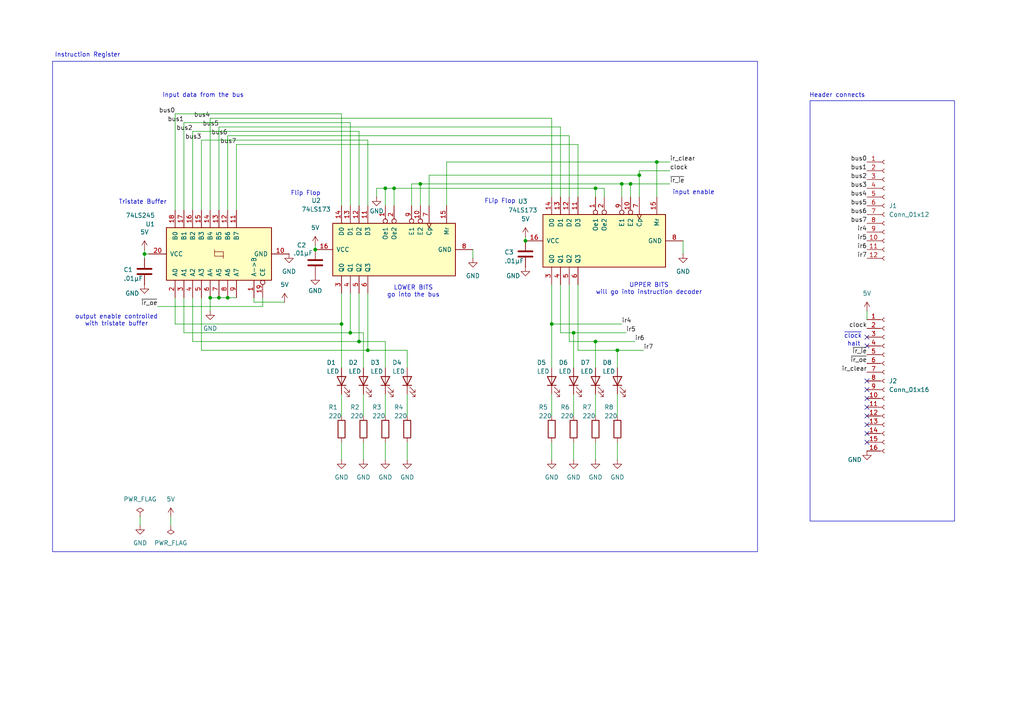
<source format=kicad_sch>
(kicad_sch (version 20231120) (generator "eeschema") (generator_version "8.0")
  (paper "A4")
  (title_block (title "Instruction Register") (date "2024-12-29") (rev "1.0") (company "Arsenal Gear"))
  (lib_symbols
    (symbol "74xx:74LS173" (pin_names (offset 1.016))
      (property "Reference" "U" (at -7.62 19.05 0))
      (property "Value" "74LS173" (at -7.62 -19.05 0))
      (symbol "74LS173_1_0"
        (pin input inverted (at -12.7 2.54 0) (length 5.08) (name "Oe1") (number "1"))
        (pin input inverted (at -12.7 -7.62 0) (length 5.08) (name "E2") (number "10"))
        (pin input line (at -12.7 7.62 0) (length 5.08) (name "D3") (number "11"))
        (pin input line (at -12.7 10.16 0) (length 5.08) (name "D2") (number "12"))
        (pin input line (at -12.7 12.7 0) (length 5.08) (name "D1") (number "13"))
        (pin input line (at -12.7 15.24 0) (length 5.08) (name "D0") (number "14"))
        (pin input line (at -12.7 -15.24 0) (length 5.08) (name "Mr") (number "15"))
        (pin power_in line (at 0 22.86 270) (length 5.08) (name "VCC") (number "16"))
        (pin input inverted (at -12.7 0 0) (length 5.08) (name "Oe2") (number "2"))
        (pin tri_state line (at 12.7 15.24 180) (length 5.08) (name "Q0") (number "3"))
        (pin tri_state line (at 12.7 12.7 180) (length 5.08) (name "Q1") (number "4"))
        (pin tri_state line (at 12.7 10.16 180) (length 5.08) (name "Q2") (number "5"))
        (pin tri_state line (at 12.7 7.62 180) (length 5.08) (name "Q3") (number "6"))
        (pin input clock (at -12.7 -10.16 0) (length 5.08) (name "Cp") (number "7"))
        (pin power_in line (at 0 -22.86 90) (length 5.08) (name "GND") (number "8"))
        (pin input inverted (at -12.7 -5.08 0) (length 5.08) (name "E1") (number "9"))
      )
      (symbol "74LS173_1_1"
        (rectangle (start -7.62 17.78) (end 7.62 -17.78) (stroke (width 0.254)) (fill (type background)))
      )
    )
    (symbol "74xx:74LS245" (pin_names (offset 1.016))
      (property "Reference" "U" (at -7.62 16.51 0))
      (property "Value" "74LS245" (at -7.62 -16.51 0))
      (symbol "74LS245_1_0"
        (polyline (pts (xy -0.635 -1.27) (xy -0.635 1.27) (xy 0.635 1.27)))
        (polyline (pts (xy -1.27 -1.27) (xy 0.635 -1.27) (xy 0.635 1.27) (xy 1.27 1.27)))
        (pin input line (at -12.7 -10.16 0) (length 5.08) (name "A->B") (number "1"))
        (pin power_in line (at 0 -20.32 90) (length 5.08) (name "GND") (number "10"))
        (pin tri_state line (at 12.7 -5.08 180) (length 5.08) (name "B7") (number "11"))
        (pin tri_state line (at 12.7 -2.54 180) (length 5.08) (name "B6") (number "12"))
        (pin tri_state line (at 12.7 0 180) (length 5.08) (name "B5") (number "13"))
        (pin tri_state line (at 12.7 2.54 180) (length 5.08) (name "B4") (number "14"))
        (pin tri_state line (at 12.7 5.08 180) (length 5.08) (name "B3") (number "15"))
        (pin tri_state line (at 12.7 7.62 180) (length 5.08) (name "B2") (number "16"))
        (pin tri_state line (at 12.7 10.16 180) (length 5.08) (name "B1") (number "17"))
        (pin tri_state line (at 12.7 12.7 180) (length 5.08) (name "B0") (number "18"))
        (pin input inverted (at -12.7 -12.7 0) (length 5.08) (name "CE") (number "19"))
        (pin tri_state line (at -12.7 12.7 0) (length 5.08) (name "A0") (number "2"))
        (pin power_in line (at 0 20.32 270) (length 5.08) (name "VCC") (number "20"))
        (pin tri_state line (at -12.7 10.16 0) (length 5.08) (name "A1") (number "3"))
        (pin tri_state line (at -12.7 7.62 0) (length 5.08) (name "A2") (number "4"))
        (pin tri_state line (at -12.7 5.08 0) (length 5.08) (name "A3") (number "5"))
        (pin tri_state line (at -12.7 2.54 0) (length 5.08) (name "A4") (number "6"))
        (pin tri_state line (at -12.7 0 0) (length 5.08) (name "A5") (number "7"))
        (pin tri_state line (at -12.7 -2.54 0) (length 5.08) (name "A6") (number "8"))
        (pin tri_state line (at -12.7 -5.08 0) (length 5.08) (name "A7") (number "9"))
      )
      (symbol "74LS245_1_1"
        (rectangle (start -7.62 15.24) (end 7.62 -15.24) (stroke (width 0.254)) (fill (type background)))
      )
    )
    (symbol "Connector:Conn_01x12_Socket" (pin_names (offset 1.016) hide)
      (property "Reference" "J" (at 0 15.24 0))
      (property "Value" "Conn_01x12_Socket" (at 0 -17.78 0))
      (symbol "Conn_01x12_Socket_1_1"
        (arc (start 0 -14.732) (mid -0.5058 -15.24) (end 0 -15.748) (stroke (width 0.1524)))
        (arc (start 0 -12.192) (mid -0.5058 -12.7) (end 0 -13.208) (stroke (width 0.1524)))
        (arc (start 0 -9.652) (mid -0.5058 -10.16) (end 0 -10.668) (stroke (width 0.1524)))
        (arc (start 0 -7.112) (mid -0.5058 -7.62) (end 0 -8.128) (stroke (width 0.1524)))
        (arc (start 0 -4.572) (mid -0.5058 -5.08) (end 0 -5.588) (stroke (width 0.1524)))
        (arc (start 0 -2.032) (mid -0.5058 -2.54) (end 0 -3.048) (stroke (width 0.1524)))
        (polyline (pts (xy -1.27 -15.24) (xy -0.508 -15.24)) (stroke (width 0.1524)))
        (polyline (pts (xy -1.27 -12.7) (xy -0.508 -12.7)) (stroke (width 0.1524)))
        (polyline (pts (xy -1.27 -10.16) (xy -0.508 -10.16)) (stroke (width 0.1524)))
        (polyline (pts (xy -1.27 -7.62) (xy -0.508 -7.62)) (stroke (width 0.1524)))
        (polyline (pts (xy -1.27 -5.08) (xy -0.508 -5.08)) (stroke (width 0.1524)))
        (polyline (pts (xy -1.27 -2.54) (xy -0.508 -2.54)) (stroke (width 0.1524)))
        (polyline (pts (xy -1.27 0) (xy -0.508 0)) (stroke (width 0.1524)))
        (polyline (pts (xy -1.27 2.54) (xy -0.508 2.54)) (stroke (width 0.1524)))
        (polyline (pts (xy -1.27 5.08) (xy -0.508 5.08)) (stroke (width 0.1524)))
        (polyline (pts (xy -1.27 7.62) (xy -0.508 7.62)) (stroke (width 0.1524)))
        (polyline (pts (xy -1.27 10.16) (xy -0.508 10.16)) (stroke (width 0.1524)))
        (polyline (pts (xy -1.27 12.7) (xy -0.508 12.7)) (stroke (width 0.1524)))
        (arc (start 0 0.508) (mid -0.5058 0) (end 0 -0.508) (stroke (width 0.1524)))
        (arc (start 0 3.048) (mid -0.5058 2.54) (end 0 2.032) (stroke (width 0.1524)))
        (arc (start 0 5.588) (mid -0.5058 5.08) (end 0 4.572) (stroke (width 0.1524)))
        (arc (start 0 8.128) (mid -0.5058 7.62) (end 0 7.112) (stroke (width 0.1524)))
        (arc (start 0 10.668) (mid -0.5058 10.16) (end 0 9.652) (stroke (width 0.1524)))
        (arc (start 0 13.208) (mid -0.5058 12.7) (end 0 12.192) (stroke (width 0.1524)))
        (pin passive line (at -5.08 12.7 0) (length 3.81) (name "Pin_1") (number "1"))
        (pin passive line (at -5.08 -10.16 0) (length 3.81) (name "Pin_10") (number "10"))
        (pin passive line (at -5.08 -12.7 0) (length 3.81) (name "Pin_11") (number "11"))
        (pin passive line (at -5.08 -15.24 0) (length 3.81) (name "Pin_12") (number "12"))
        (pin passive line (at -5.08 10.16 0) (length 3.81) (name "Pin_2") (number "2"))
        (pin passive line (at -5.08 7.62 0) (length 3.81) (name "Pin_3") (number "3"))
        (pin passive line (at -5.08 5.08 0) (length 3.81) (name "Pin_4") (number "4"))
        (pin passive line (at -5.08 2.54 0) (length 3.81) (name "Pin_5") (number "5"))
        (pin passive line (at -5.08 0 0) (length 3.81) (name "Pin_6") (number "6"))
        (pin passive line (at -5.08 -2.54 0) (length 3.81) (name "Pin_7") (number "7"))
        (pin passive line (at -5.08 -5.08 0) (length 3.81) (name "Pin_8") (number "8"))
        (pin passive line (at -5.08 -7.62 0) (length 3.81) (name "Pin_9") (number "9"))
      )
    )
    (symbol "Connector:Conn_01x16_Socket" (pin_names (offset 1.016) hide)
      (property "Reference" "J" (at 0 20.32 0))
      (property "Value" "Conn_01x16_Socket" (at 0 -22.86 0))
      (symbol "Conn_01x16_Socket_1_1"
        (arc (start 0 -19.812) (mid -0.5058 -20.32) (end 0 -20.828) (stroke (width 0.1524)))
        (arc (start 0 -17.272) (mid -0.5058 -17.78) (end 0 -18.288) (stroke (width 0.1524)))
        (arc (start 0 -14.732) (mid -0.5058 -15.24) (end 0 -15.748) (stroke (width 0.1524)))
        (arc (start 0 -12.192) (mid -0.5058 -12.7) (end 0 -13.208) (stroke (width 0.1524)))
        (arc (start 0 -9.652) (mid -0.5058 -10.16) (end 0 -10.668) (stroke (width 0.1524)))
        (arc (start 0 -7.112) (mid -0.5058 -7.62) (end 0 -8.128) (stroke (width 0.1524)))
        (arc (start 0 -4.572) (mid -0.5058 -5.08) (end 0 -5.588) (stroke (width 0.1524)))
        (arc (start 0 -2.032) (mid -0.5058 -2.54) (end 0 -3.048) (stroke (width 0.1524)))
        (polyline (pts (xy -1.27 -20.32) (xy -0.508 -20.32)) (stroke (width 0.1524)))
        (polyline (pts (xy -1.27 -17.78) (xy -0.508 -17.78)) (stroke (width 0.1524)))
        (polyline (pts (xy -1.27 -15.24) (xy -0.508 -15.24)) (stroke (width 0.1524)))
        (polyline (pts (xy -1.27 -12.7) (xy -0.508 -12.7)) (stroke (width 0.1524)))
        (polyline (pts (xy -1.27 -10.16) (xy -0.508 -10.16)) (stroke (width 0.1524)))
        (polyline (pts (xy -1.27 -7.62) (xy -0.508 -7.62)) (stroke (width 0.1524)))
        (polyline (pts (xy -1.27 -5.08) (xy -0.508 -5.08)) (stroke (width 0.1524)))
        (polyline (pts (xy -1.27 -2.54) (xy -0.508 -2.54)) (stroke (width 0.1524)))
        (polyline (pts (xy -1.27 0) (xy -0.508 0)) (stroke (width 0.1524)))
        (polyline (pts (xy -1.27 2.54) (xy -0.508 2.54)) (stroke (width 0.1524)))
        (polyline (pts (xy -1.27 5.08) (xy -0.508 5.08)) (stroke (width 0.1524)))
        (polyline (pts (xy -1.27 7.62) (xy -0.508 7.62)) (stroke (width 0.1524)))
        (polyline (pts (xy -1.27 10.16) (xy -0.508 10.16)) (stroke (width 0.1524)))
        (polyline (pts (xy -1.27 12.7) (xy -0.508 12.7)) (stroke (width 0.1524)))
        (polyline (pts (xy -1.27 15.24) (xy -0.508 15.24)) (stroke (width 0.1524)))
        (polyline (pts (xy -1.27 17.78) (xy -0.508 17.78)) (stroke (width 0.1524)))
        (arc (start 0 0.508) (mid -0.5058 0) (end 0 -0.508) (stroke (width 0.1524)))
        (arc (start 0 3.048) (mid -0.5058 2.54) (end 0 2.032) (stroke (width 0.1524)))
        (arc (start 0 5.588) (mid -0.5058 5.08) (end 0 4.572) (stroke (width 0.1524)))
        (arc (start 0 8.128) (mid -0.5058 7.62) (end 0 7.112) (stroke (width 0.1524)))
        (arc (start 0 10.668) (mid -0.5058 10.16) (end 0 9.652) (stroke (width 0.1524)))
        (arc (start 0 13.208) (mid -0.5058 12.7) (end 0 12.192) (stroke (width 0.1524)))
        (arc (start 0 15.748) (mid -0.5058 15.24) (end 0 14.732) (stroke (width 0.1524)))
        (arc (start 0 18.288) (mid -0.5058 17.78) (end 0 17.272) (stroke (width 0.1524)))
        (pin passive line (at -5.08 17.78 0) (length 3.81) (name "Pin_1") (number "1"))
        (pin passive line (at -5.08 -5.08 0) (length 3.81) (name "Pin_10") (number "10"))
        (pin passive line (at -5.08 -7.62 0) (length 3.81) (name "Pin_11") (number "11"))
        (pin passive line (at -5.08 -10.16 0) (length 3.81) (name "Pin_12") (number "12"))
        (pin passive line (at -5.08 -12.7 0) (length 3.81) (name "Pin_13") (number "13"))
        (pin passive line (at -5.08 -15.24 0) (length 3.81) (name "Pin_14") (number "14"))
        (pin passive line (at -5.08 -17.78 0) (length 3.81) (name "Pin_15") (number "15"))
        (pin passive line (at -5.08 -20.32 0) (length 3.81) (name "Pin_16") (number "16"))
        (pin passive line (at -5.08 15.24 0) (length 3.81) (name "Pin_2") (number "2"))
        (pin passive line (at -5.08 12.7 0) (length 3.81) (name "Pin_3") (number "3"))
        (pin passive line (at -5.08 10.16 0) (length 3.81) (name "Pin_4") (number "4"))
        (pin passive line (at -5.08 7.62 0) (length 3.81) (name "Pin_5") (number "5"))
        (pin passive line (at -5.08 5.08 0) (length 3.81) (name "Pin_6") (number "6"))
        (pin passive line (at -5.08 2.54 0) (length 3.81) (name "Pin_7") (number "7"))
        (pin passive line (at -5.08 0 0) (length 3.81) (name "Pin_8") (number "8"))
        (pin passive line (at -5.08 -2.54 0) (length 3.81) (name "Pin_9") (number "9"))
      )
    )
    (symbol "Device:C" (pin_numbers hide) (pin_names (offset 0.254))
      (property "Reference" "C" (at 0.635 2.54 0))
      (property "Value" "C" (at 0.635 -2.54 0))
      (symbol "C_0_1"
        (polyline (pts (xy -2.032 -0.762) (xy 2.032 -0.762)) (stroke (width 0.508)))
        (polyline (pts (xy -2.032 0.762) (xy 2.032 0.762)) (stroke (width 0.508)))
      )
      (symbol "C_1_1"
        (pin passive line (at 0 3.81 270) (length 2.794) (name "~") (number "1"))
        (pin passive line (at 0 -3.81 90) (length 2.794) (name "~") (number "2"))
      )
    )
    (symbol "Device:LED" (pin_numbers hide) (pin_names (offset 1.016) hide)
      (property "Reference" "D" (at 0 2.54 0))
      (property "Value" "LED" (at 0 -2.54 0))
      (symbol "LED_0_1"
        (polyline (pts (xy -1.27 -1.27) (xy -1.27 1.27)) (stroke (width 0.254)))
        (polyline (pts (xy -1.27 0) (xy 1.27 0)))
        (polyline (pts (xy 1.27 -1.27) (xy 1.27 1.27) (xy -1.27 0) (xy 1.27 -1.27)) (stroke (width 0.254)))
        (polyline (pts (xy -3.048 -0.762) (xy -4.572 -2.286) (xy -3.81 -2.286) (xy -4.572 -2.286) (xy -4.572 -1.524)))
        (polyline (pts (xy -1.778 -0.762) (xy -3.302 -2.286) (xy -2.54 -2.286) (xy -3.302 -2.286) (xy -3.302 -1.524)))
      )
      (symbol "LED_1_1"
        (pin passive line (at -3.81 0 0) (length 2.54) (name "K") (number "1"))
        (pin passive line (at 3.81 0 180) (length 2.54) (name "A") (number "2"))
      )
    )
    (symbol "Device:R" (pin_numbers hide) (pin_names (offset 0))
      (property "Reference" "R" (at 2.032 0 90))
      (property "Value" "R" (at 0 0 90))
      (symbol "R_0_1"
        (rectangle (start -1.016 -2.54) (end 1.016 2.54) (stroke (width 0.254)))
      )
      (symbol "R_1_1"
        (pin passive line (at 0 3.81 270) (length 1.27) (name "~") (number "1"))
        (pin passive line (at 0 -3.81 90) (length 1.27) (name "~") (number "2"))
      )
    )
    (symbol "power:GND" (power) (pin_numbers hide) (pin_names (offset 0) hide)
      (property "Value" "GND" (at 0 -3.81 0))
      (symbol "GND_0_1"
        (polyline (pts (xy 0 0) (xy 0 -1.27) (xy 1.27 -1.27) (xy 0 -2.54) (xy -1.27 -1.27) (xy 0 -1.27)))
      )
      (symbol "GND_1_1"
        (pin power_in line (at 0 0 270) (length 0) (name "~") (number "1"))
      )
    )
    (symbol "power:PWR_FLAG" (power) (pin_numbers hide) (pin_names (offset 0) hide)
      (property "Value" "PWR_FLAG" (at 0 3.81 0))
      (symbol "PWR_FLAG_0_0"
        (pin power_out line (at 0 0 90) (length 0) (name "~") (number "1"))
      )
      (symbol "PWR_FLAG_0_1"
        (polyline (pts (xy 0 0) (xy 0 1.27) (xy -1.016 1.905) (xy 0 2.54) (xy 1.016 1.905) (xy 0 1.27)))
      )
    )
    (symbol "power:VCC" (power) (pin_numbers hide) (pin_names (offset 0) hide)
      (property "Value" "VCC" (at 0 3.556 0))
      (symbol "VCC_0_1"
        (polyline (pts (xy -0.762 1.27) (xy 0 2.54)))
        (polyline (pts (xy 0 0) (xy 0 2.54)))
        (polyline (pts (xy 0 2.54) (xy 0.762 1.27)))
      )
      (symbol "VCC_1_1"
        (pin power_in line (at 0 0 90) (length 0) (name "~") (number "1"))
      )
    )
  )
  (junction (at 172.72 54.61))
  (junction (at 106.68 101.6))
  (junction (at 179.07 101.6))
  (junction (at 111.76 54.61))
  (junction (at 190.5 46.99))
  (junction (at 172.72 99.06))
  (junction (at 166.37 96.52))
  (junction (at 121.92 53.34))
  (junction (at 185.42 50.8))
  (junction (at 101.6 96.52))
  (junction (at 60.96 86.36))
  (junction (at 114.3 54.61))
  (junction (at 104.14 99.06))
  (junction (at 99.06 93.98))
  (junction (at 152.4 69.85))
  (junction (at 182.88 53.34))
  (junction (at 91.44 72.39))
  (junction (at 63.5 86.36))
  (junction (at 66.04 86.36))
  (junction (at 41.91 73.66))
  (junction (at 180.34 53.34))
  (junction (at 160.02 93.98))
  (no_connect (at 251.46 123.19))
  (no_connect (at 251.46 97.79))
  (no_connect (at 251.46 113.03))
  (no_connect (at 251.46 110.49))
  (no_connect (at 251.46 128.27))
  (no_connect (at 251.46 120.65))
  (no_connect (at 251.46 115.57))
  (no_connect (at 251.46 100.33))
  (no_connect (at 251.46 125.73))
  (no_connect (at 251.46 118.11))
  (wire (pts (xy 129.54 46.99) (xy 190.5 46.99)))
  (wire (pts (xy 118.11 128.27) (xy 118.11 133.35)))
  (wire (pts (xy 60.96 34.29) (xy 60.96 60.96)))
  (wire (pts (xy 55.88 38.1) (xy 55.88 60.96)))
  (wire (pts (xy 166.37 96.52) (xy 181.61 96.52)))
  (wire (pts (xy 160.02 93.98) (xy 180.34 93.98)))
  (wire (pts (xy 99.06 93.98) (xy 99.06 106.68)))
  (wire (pts (xy 106.68 40.64) (xy 106.68 59.69)))
  (wire (pts (xy 45.72 88.9) (xy 76.2 88.9)))
  (wire (pts (xy 119.38 59.69) (xy 119.38 53.34)))
  (wire (pts (xy 162.56 82.55) (xy 162.56 96.52)))
  (wire (pts (xy 101.6 85.09) (xy 101.6 96.52)))
  (wire (pts (xy 165.1 39.37) (xy 165.1 57.15)))
  (wire (pts (xy 50.8 33.02) (xy 50.8 60.96)))
  (wire (pts (xy 53.34 96.52) (xy 101.6 96.52)))
  (wire (pts (xy 180.34 53.34) (xy 182.88 53.34)))
  (wire (pts (xy 251.46 90.17) (xy 251.46 92.71)))
  (wire (pts (xy 104.14 38.1) (xy 104.14 59.69)))
  (wire (pts (xy 109.22 54.61) (xy 109.22 57.15)))
  (wire (pts (xy 58.42 40.64) (xy 58.42 60.96)))
  (wire (pts (xy 73.66 87.63) (xy 73.66 86.36)))
  (wire (pts (xy 179.07 114.3) (xy 179.07 120.65)))
  (wire (pts (xy 101.6 35.56) (xy 101.6 59.69)))
  (wire (pts (xy 41.91 74.93) (xy 41.91 73.66)))
  (wire (pts (xy 99.06 33.02) (xy 99.06 59.69)))
  (wire (pts (xy 190.5 46.99) (xy 190.5 57.15)))
  (wire (pts (xy 167.64 41.91) (xy 167.64 57.15)))
  (wire (pts (xy 172.72 99.06) (xy 165.1 99.06)))
  (wire (pts (xy 111.76 99.06) (xy 111.76 106.68)))
  (wire (pts (xy 55.88 38.1) (xy 104.14 38.1)))
  (wire (pts (xy 66.04 86.36) (xy 68.58 86.36)))
  (wire (pts (xy 106.68 101.6) (xy 118.11 101.6)))
  (wire (pts (xy 105.41 128.27) (xy 105.41 133.35)))
  (wire (pts (xy 91.44 71.12) (xy 91.44 72.39)))
  (wire (pts (xy 99.06 85.09) (xy 99.06 93.98)))
  (wire (pts (xy 58.42 101.6) (xy 106.68 101.6)))
  (wire (pts (xy 190.5 46.99) (xy 194.31 46.99)))
  (wire (pts (xy 172.72 99.06) (xy 172.72 106.68)))
  (wire (pts (xy 104.14 99.06) (xy 111.76 99.06)))
  (wire (pts (xy 55.88 86.36) (xy 55.88 99.06)))
  (wire (pts (xy 166.37 114.3) (xy 166.37 120.65)))
  (wire (pts (xy 166.37 128.27) (xy 166.37 133.35)))
  (wire (pts (xy 111.76 54.61) (xy 114.3 54.61)))
  (wire (pts (xy 162.56 36.83) (xy 162.56 57.15)))
  (wire (pts (xy 114.3 54.61) (xy 114.3 59.69)))
  (wire (pts (xy 53.34 35.56) (xy 53.34 60.96)))
  (wire (pts (xy 165.1 82.55) (xy 165.1 99.06)))
  (wire (pts (xy 63.5 36.83) (xy 162.56 36.83)))
  (wire (pts (xy 55.88 99.06) (xy 104.14 99.06)))
  (wire (pts (xy 186.69 101.6) (xy 179.07 101.6)))
  (wire (pts (xy 114.3 54.61) (xy 172.72 54.61)))
  (wire (pts (xy 76.2 86.36) (xy 76.2 88.9)))
  (wire (pts (xy 99.06 114.3) (xy 99.06 120.65)))
  (wire (pts (xy 50.8 93.98) (xy 99.06 93.98)))
  (wire (pts (xy 129.54 59.69) (xy 129.54 46.99)))
  (wire (pts (xy 58.42 40.64) (xy 106.68 40.64)))
  (wire (pts (xy 185.42 49.53) (xy 185.42 50.8)))
  (wire (pts (xy 185.42 50.8) (xy 185.42 57.15)))
  (wire (pts (xy 63.5 86.36) (xy 66.04 86.36)))
  (wire (pts (xy 167.64 82.55) (xy 167.64 101.6)))
  (wire (pts (xy 121.92 59.69) (xy 121.92 53.34)))
  (wire (pts (xy 41.91 73.66) (xy 43.18 73.66)))
  (wire (pts (xy 160.02 128.27) (xy 160.02 133.35)))
  (wire (pts (xy 160.02 82.55) (xy 160.02 93.98)))
  (wire (pts (xy 166.37 96.52) (xy 162.56 96.52)))
  (wire (pts (xy 166.37 96.52) (xy 166.37 106.68)))
  (wire (pts (xy 124.46 50.8) (xy 185.42 50.8)))
  (wire (pts (xy 53.34 86.36) (xy 53.34 96.52)))
  (wire (pts (xy 53.34 35.56) (xy 101.6 35.56)))
  (wire (pts (xy 118.11 101.6) (xy 118.11 106.68)))
  (wire (pts (xy 60.96 86.36) (xy 63.5 86.36)))
  (wire (pts (xy 105.41 96.52) (xy 105.41 106.68)))
  (wire (pts (xy 172.72 99.06) (xy 184.15 99.06)))
  (wire (pts (xy 179.07 101.6) (xy 179.07 106.68)))
  (wire (pts (xy 185.42 49.53) (xy 194.31 49.53)))
  (wire (pts (xy 179.07 128.27) (xy 179.07 133.35)))
  (wire (pts (xy 121.92 53.34) (xy 180.34 53.34)))
  (wire (pts (xy 124.46 59.69) (xy 124.46 50.8)))
  (wire (pts (xy 66.04 39.37) (xy 66.04 60.96)))
  (wire (pts (xy 175.26 54.61) (xy 175.26 57.15)))
  (wire (pts (xy 160.02 93.98) (xy 160.02 106.68)))
  (wire (pts (xy 111.76 54.61) (xy 111.76 59.69)))
  (wire (pts (xy 160.02 114.3) (xy 160.02 120.65)))
  (wire (pts (xy 111.76 128.27) (xy 111.76 133.35)))
  (wire (pts (xy 105.41 114.3) (xy 105.41 120.65)))
  (wire (pts (xy 82.55 87.63) (xy 73.66 87.63)))
  (wire (pts (xy 118.11 114.3) (xy 118.11 120.65)))
  (wire (pts (xy 60.96 34.29) (xy 160.02 34.29)))
  (wire (pts (xy 172.72 54.61) (xy 175.26 54.61)))
  (wire (pts (xy 172.72 128.27) (xy 172.72 133.35)))
  (wire (pts (xy 172.72 54.61) (xy 172.72 57.15)))
  (wire (pts (xy 109.22 54.61) (xy 111.76 54.61)))
  (wire (pts (xy 106.68 85.09) (xy 106.68 101.6)))
  (wire (pts (xy 60.96 86.36) (xy 60.96 90.17)))
  (wire (pts (xy 50.8 33.02) (xy 99.06 33.02)))
  (wire (pts (xy 68.58 41.91) (xy 68.58 60.96)))
  (wire (pts (xy 68.58 41.91) (xy 167.64 41.91)))
  (wire (pts (xy 58.42 86.36) (xy 58.42 101.6)))
  (wire (pts (xy 180.34 53.34) (xy 180.34 57.15)))
  (wire (pts (xy 99.06 128.27) (xy 99.06 133.35)))
  (wire (pts (xy 182.88 53.34) (xy 182.88 57.15)))
  (wire (pts (xy 49.53 149.86) (xy 49.53 152.4)))
  (wire (pts (xy 119.38 53.34) (xy 121.92 53.34)))
  (wire (pts (xy 40.64 152.4) (xy 40.64 149.86)))
  (wire (pts (xy 160.02 34.29) (xy 160.02 57.15)))
  (wire (pts (xy 198.12 73.66) (xy 198.12 69.85)))
  (wire (pts (xy 66.04 39.37) (xy 165.1 39.37)))
  (wire (pts (xy 111.76 114.3) (xy 111.76 120.65)))
  (wire (pts (xy 63.5 36.83) (xy 63.5 60.96)))
  (wire (pts (xy 104.14 85.09) (xy 104.14 99.06)))
  (wire (pts (xy 50.8 86.36) (xy 50.8 93.98)))
  (wire (pts (xy 137.16 72.39) (xy 137.16 74.93)))
  (wire (pts (xy 152.4 68.58) (xy 152.4 69.85)))
  (wire (pts (xy 179.07 101.6) (xy 167.64 101.6)))
  (wire (pts (xy 182.88 53.34) (xy 194.31 53.34)))
  (wire (pts (xy 41.91 72.39) (xy 41.91 73.66)))
  (wire (pts (xy 105.41 96.52) (xy 101.6 96.52)))
  (wire (pts (xy 172.72 114.3) (xy 172.72 120.65)))
  (rectangle (start 234.95 29.21) (end 276.86 151.13))
  (rectangle (start 15.24 17.78) (end 219.71 160.02))
  (text "UPPER BITS\nwill go into instruction decoder" (at 188.214 83.82 0) (effects (font (size 1.27 1.27))))
  (text "input enable" (at 201.168 55.88 0) (effects (font (size 1.27 1.27))))
  (text "halt" (at 247.65 99.822 0) (effects (font (size 1.27 1.27))))
  (text "Flip Flop" (at 88.646 56.134 0) (effects (font (size 1.27 1.27))))
  (text "FLip Flop" (at 145.034 58.42 0) (effects (font (size 1.27 1.27))))
  (text "Instruction Register" (at 25.4 16.002 0) (effects (font (size 1.27 1.27))))
  (text "~{clock}" (at 247.396 97.536 0) (effects (font (size 1.27 1.27))))
  (text "Header connects" (at 242.824 27.686 0) (effects (font (size 1.27 1.27))))
  (text "output enable controlled\nwith tristate buffer" (at 33.782 92.964 0) (effects (font (size 1.27 1.27))))
  (text "LOWER BITS\ngo into the bus" (at 119.888 84.582 0) (effects (font (size 1.27 1.27))))
  (text "Input data from the bus" (at 58.928 27.686 0) (effects (font (size 1.27 1.27))))
  (text "Tristate Buffer" (at 41.402 58.674 0) (effects (font (size 1.27 1.27))))
  (label "bus0" (at 251.46 46.99 180))
  (label "~{ir_ie}" (at 194.31 53.34 0))
  (label "bus7" (at 251.46 64.77 180))
  (label "bus4" (at 251.46 57.15 180))
  (label "ir_clear" (at 251.46 107.95 180))
  (label "ir7" (at 251.46 74.93 180))
  (label "ir5" (at 251.46 69.85 180))
  (label "bus1" (at 251.46 49.53 180))
  (label "ir4" (at 180.34 93.98 0))
  (label "bus5" (at 251.46 59.69 180))
  (label "clock" (at 194.31 49.53 0))
  (label "ir4" (at 251.46 67.31 180))
  (label "~{ir_oe}" (at 251.46 105.41 180))
  (label "bus0" (at 50.8 33.02 180))
  (label "~{ir_ie}" (at 251.46 102.87 180))
  (label "~{ir_oe}" (at 45.72 88.9 180))
  (label "clock" (at 251.46 95.25 180))
  (label "ir6" (at 184.15 99.06 0))
  (label "bus3" (at 58.42 40.64 180))
  (label "bus6" (at 251.46 62.23 180))
  (label "bus1" (at 53.34 35.56 180))
  (label "bus2" (at 251.46 52.07 180))
  (label "ir5" (at 181.61 96.52 0))
  (label "bus2" (at 55.88 38.1 180))
  (label "bus5" (at 63.5 36.83 180))
  (label "bus6" (at 66.04 39.37 180))
  (label "ir7" (at 186.69 101.6 0))
  (label "ir6" (at 251.46 72.39 180))
  (label "bus7" (at 68.58 41.91 180))
  (label "bus3" (at 251.46 54.61 180))
  (label "bus4" (at 60.96 34.29 180))
  (label "ir_clear" (at 194.31 46.99 0))
  (symbol (lib_id "power:GND") (at 111.76 133.35 0) (unit 1) (exclude_from_sim yes)
    (property "Reference" "#PWR0118" (effects (hide yes)))
    (property "Value" "GND" (at 111.76 138.43 0))
    (property "Description" "Power symbol creates a global label with name \"GND\" , ground" (effects (hide yes)))
  )
  (symbol (lib_id "74xx:74LS245") (at 63.5 73.66 90) (unit 1)
    (property "Reference" "U1" (at 44.958 65.024 90) (effects (justify left)))
    (property "Value" "74LS245" (at 44.958 62.484 90) (effects (justify left)))
    (property "Footprint" "Package_DIP:DIP-20_W7.62mm" (effects (hide yes)))
    (property "Datasheet" "http://www.ti.com/lit/gpn/sn74LS245" (effects (hide yes)))
    (property "Description" "Octal BUS Transceivers, 3-State outputs" (effects (hide yes)))
  )
  (symbol (lib_id "Device:LED") (at 166.37 110.49 90) (unit 1)
    (property "Reference" "D6" (at 162.052 105.156 90) (effects (justify right)))
    (property "Value" "LED" (at 162.052 107.696 90) (effects (justify right)))
    (property "Footprint" "LED_THT:LED_D5.0mm" (effects (hide yes)))
    (property "Description" "Light emitting diode" (effects (hide yes)))
  )
  (symbol (lib_id "power:VCC") (at 251.46 90.17 0) (unit 1) (exclude_from_sim yes)
    (property "Reference" "#PWR01" (effects (hide yes)))
    (property "Value" "5V" (at 251.46 85.09 0))
    (property "Description" "Power symbol creates a global label with name \"VCC\"" (effects (hide yes)))
  )
  (symbol (lib_id "Device:LED") (at 105.41 110.49 90) (unit 1)
    (property "Reference" "D2" (at 101.092 105.156 90) (effects (justify right)))
    (property "Value" "LED" (at 101.092 107.696 90) (effects (justify right)))
    (property "Footprint" "LED_THT:LED_D5.0mm" (effects (hide yes)))
    (property "Description" "Light emitting diode" (effects (hide yes)))
  )
  (symbol (lib_id "power:VCC") (at 41.91 72.39 0) (unit 1) (exclude_from_sim yes)
    (property "Reference" "#PWR0105" (effects (hide yes)))
    (property "Value" "5V" (at 41.91 67.31 0))
    (property "Description" "Power symbol creates a global label with name \"VCC\"" (effects (hide yes)))
  )
  (symbol (lib_id "Device:LED") (at 160.02 110.49 90) (unit 1)
    (property "Reference" "D5" (at 155.702 105.156 90) (effects (justify right)))
    (property "Value" "LED" (at 155.702 107.696 90) (effects (justify right)))
    (property "Footprint" "LED_THT:LED_D5.0mm" (effects (hide yes)))
    (property "Description" "Light emitting diode" (effects (hide yes)))
  )
  (symbol (lib_id "Device:LED") (at 111.76 110.49 90) (unit 1)
    (property "Reference" "D3" (at 107.442 105.156 90) (effects (justify right)))
    (property "Value" "LED" (at 107.442 107.696 90) (effects (justify right)))
    (property "Footprint" "LED_THT:LED_D5.0mm" (effects (hide yes)))
    (property "Description" "Light emitting diode" (effects (hide yes)))
  )
  (symbol (lib_id "power:GND") (at 179.07 133.35 0) (unit 1) (exclude_from_sim yes)
    (property "Reference" "#PWR0109" (effects (hide yes)))
    (property "Value" "GND" (at 179.07 138.43 0))
    (property "Description" "Power symbol creates a global label with name \"GND\" , ground" (effects (hide yes)))
  )
  (symbol (lib_id "power:GND") (at 160.02 133.35 0) (unit 1) (exclude_from_sim yes)
    (property "Reference" "#PWR0108" (effects (hide yes)))
    (property "Value" "GND" (at 160.02 138.43 0))
    (property "Description" "Power symbol creates a global label with name \"GND\" , ground" (effects (hide yes)))
  )
  (symbol (lib_id "Device:R") (at 166.37 124.46 0) (unit 1)
    (property "Reference" "R6" (at 162.56 118.11 0) (effects (justify left)))
    (property "Value" "220" (at 162.56 120.65 0) (effects (justify left)))
    (property "Footprint" "Resistor_THT:R_Axial_DIN0207_L6.3mm_D2.5mm_P5.08mm_Vertical" (effects (hide yes)))
    (property "Description" "Resistor" (effects (hide yes)))
  )
  (symbol (lib_id "Device:R") (at 118.11 124.46 0) (unit 1)
    (property "Reference" "R4" (at 114.3 118.11 0) (effects (justify left)))
    (property "Value" "220" (at 114.3 120.65 0) (effects (justify left)))
    (property "Footprint" "Resistor_THT:R_Axial_DIN0207_L6.3mm_D2.5mm_P5.08mm_Vertical" (effects (hide yes)))
    (property "Description" "Resistor" (effects (hide yes)))
  )
  (symbol (lib_id "power:VCC") (at 82.55 87.63 0) (unit 1) (exclude_from_sim yes)
    (property "Reference" "#PWR0106" (effects (hide yes)))
    (property "Value" "5V" (at 82.55 82.55 0))
    (property "Description" "Power symbol creates a global label with name \"VCC\"" (effects (hide yes)))
  )
  (symbol (lib_id "power:PWR_FLAG") (at 40.64 149.86 0) (unit 1)
    (property "Reference" "#FLG01" (effects (hide yes)))
    (property "Value" "PWR_FLAG" (at 40.64 144.78 0))
    (property "Description" "Special symbol for telling ERC where power comes from" (effects (hide yes)))
  )
  (symbol (lib_id "Device:R") (at 179.07 124.46 0) (unit 1)
    (property "Reference" "R8" (at 175.26 118.11 0) (effects (justify left)))
    (property "Value" "220" (at 175.26 120.65 0) (effects (justify left)))
    (property "Footprint" "Resistor_THT:R_Axial_DIN0207_L6.3mm_D2.5mm_P5.08mm_Vertical" (effects (hide yes)))
    (property "Description" "Resistor" (effects (hide yes)))
  )
  (symbol (lib_id "Device:C") (at 41.91 78.74 180) (unit 1)
    (property "Reference" "C1" (at 35.814 78.232 0) (effects (justify right)))
    (property "Value" ".01µF" (at 35.814 80.772 0) (effects (justify right)))
    (property "Footprint" "Capacitor_THT:C_Disc_D5.0mm_W2.5mm_P2.50mm" (effects (hide yes)))
    (property "Description" "Unpolarized capacitor" (effects (hide yes)))
  )
  (symbol (lib_id "power:GND") (at 41.91 82.55 0) (unit 1) (exclude_from_sim yes)
    (property "Reference" "#PWR0103" (effects (hide yes)))
    (property "Value" "GND" (at 38.354 85.09 0))
    (property "Description" "Power symbol creates a global label with name \"GND\" , ground" (effects (hide yes)))
  )
  (symbol (lib_id "power:GND") (at 166.37 133.35 0) (unit 1) (exclude_from_sim yes)
    (property "Reference" "#PWR0107" (effects (hide yes)))
    (property "Value" "GND" (at 166.37 138.43 0))
    (property "Description" "Power symbol creates a global label with name \"GND\" , ground" (effects (hide yes)))
  )
  (symbol (lib_id "Device:R") (at 111.76 124.46 0) (unit 1)
    (property "Reference" "R3" (at 107.95 118.11 0) (effects (justify left)))
    (property "Value" "220" (at 107.95 120.65 0) (effects (justify left)))
    (property "Footprint" "Resistor_THT:R_Axial_DIN0207_L6.3mm_D2.5mm_P5.08mm_Vertical" (effects (hide yes)))
    (property "Description" "Resistor" (effects (hide yes)))
  )
  (symbol (lib_id "Device:C") (at 91.44 76.2 180) (unit 1)
    (property "Reference" "C2" (at 86.106 71.12 0) (effects (justify right)))
    (property "Value" ".01µF" (at 85.09 73.406 0) (effects (justify right)))
    (property "Footprint" "Capacitor_THT:C_Disc_D5.0mm_W2.5mm_P2.50mm" (effects (hide yes)))
    (property "Description" "Unpolarized capacitor" (effects (hide yes)))
  )
  (symbol (lib_id "Device:LED") (at 172.72 110.49 90) (unit 1)
    (property "Reference" "D7" (at 168.402 105.156 90) (effects (justify right)))
    (property "Value" "LED" (at 168.402 107.696 90) (effects (justify right)))
    (property "Footprint" "LED_THT:LED_D5.0mm" (effects (hide yes)))
    (property "Description" "Light emitting diode" (effects (hide yes)))
  )
  (symbol (lib_id "power:VCC") (at 49.53 149.86 0) (unit 1) (exclude_from_sim yes)
    (property "Reference" "#PWR04" (effects (hide yes)))
    (property "Value" "5V" (at 49.53 144.78 0))
    (property "Description" "Power symbol creates a global label with name \"VCC\"" (effects (hide yes)))
  )
  (symbol (lib_id "74xx:74LS173") (at 175.26 69.85 90) (mirror x) (unit 1)
    (property "Reference" "U3" (at 151.638 58.42 90))
    (property "Value" "74LS173" (at 151.638 60.96 90))
    (property "Footprint" "Package_DIP:DIP-16_W7.62mm" (effects (hide yes)))
    (property "Datasheet" "http://www.ti.com/lit/gpn/sn74LS173" (effects (hide yes)))
    (property "Description" "4-bit D-type Register, 3 state out" (effects (hide yes)))
  )
  (symbol (lib_id "Device:C") (at 152.4 73.66 180) (unit 1)
    (property "Reference" "C3" (at 146.304 73.152 0) (effects (justify right)))
    (property "Value" ".01µF" (at 146.304 75.692 0) (effects (justify right)))
    (property "Footprint" "Capacitor_THT:C_Disc_D5.0mm_W2.5mm_P2.50mm" (effects (hide yes)))
    (property "Description" "Unpolarized capacitor" (effects (hide yes)))
  )
  (symbol (lib_id "Device:LED") (at 118.11 110.49 90) (unit 1)
    (property "Reference" "D4" (at 113.792 105.156 90) (effects (justify right)))
    (property "Value" "LED" (at 113.792 107.696 90) (effects (justify right)))
    (property "Footprint" "LED_THT:LED_D5.0mm" (effects (hide yes)))
    (property "Description" "Light emitting diode" (effects (hide yes)))
  )
  (symbol (lib_id "power:VCC") (at 91.44 71.12 0) (unit 1) (exclude_from_sim yes)
    (property "Reference" "#PWR0114" (effects (hide yes)))
    (property "Value" "5V" (at 91.44 66.04 0))
    (property "Description" "Power symbol creates a global label with name \"VCC\"" (effects (hide yes)))
  )
  (symbol (lib_id "Device:R") (at 99.06 124.46 0) (unit 1)
    (property "Reference" "R1" (at 95.25 118.11 0) (effects (justify left)))
    (property "Value" "220" (at 95.25 120.65 0) (effects (justify left)))
    (property "Footprint" "Resistor_THT:R_Axial_DIN0207_L6.3mm_D2.5mm_P5.08mm_Vertical" (effects (hide yes)))
    (property "Description" "Resistor" (effects (hide yes)))
  )
  (symbol (lib_id "power:GND") (at 137.16 74.93 0) (unit 1) (exclude_from_sim yes)
    (property "Reference" "#PWR0115" (effects (hide yes)))
    (property "Value" "GND" (at 137.16 80.01 0))
    (property "Description" "Power symbol creates a global label with name \"GND\" , ground" (effects (hide yes)))
  )
  (symbol (lib_id "Device:LED") (at 99.06 110.49 90) (unit 1)
    (property "Reference" "D1" (at 94.742 105.156 90) (effects (justify right)))
    (property "Value" "LED" (at 94.742 107.696 90) (effects (justify right)))
    (property "Footprint" "LED_THT:LED_D5.0mm" (effects (hide yes)))
    (property "Description" "Light emitting diode" (effects (hide yes)))
  )
  (symbol (lib_id "74xx:74LS173") (at 114.3 72.39 90) (mirror x) (unit 1)
    (property "Reference" "U2" (at 91.694 58.166 90))
    (property "Value" "74LS173" (at 91.694 60.706 90))
    (property "Footprint" "Package_DIP:DIP-16_W7.62mm" (effects (hide yes)))
    (property "Datasheet" "http://www.ti.com/lit/gpn/sn74LS173" (effects (hide yes)))
    (property "Description" "4-bit D-type Register, 3 state out" (effects (hide yes)))
  )
  (symbol (lib_id "power:GND") (at 91.44 80.01 0) (unit 1) (exclude_from_sim yes)
    (property "Reference" "#PWR0112" (effects (hide yes)))
    (property "Value" "GND" (at 91.44 84.328 0))
    (property "Description" "Power symbol creates a global label with name \"GND\" , ground" (effects (hide yes)))
  )
  (symbol (lib_id "power:GND") (at 40.64 152.4 0) (unit 1) (exclude_from_sim yes)
    (property "Reference" "#PWR03" (effects (hide yes)))
    (property "Value" "GND" (at 40.64 157.48 0))
    (property "Description" "Power symbol creates a global label with name \"GND\" , ground" (effects (hide yes)))
  )
  (symbol (lib_id "Connector:Conn_01x16_Socket") (at 256.54 110.49 0) (unit 1)
    (property "Reference" "J2" (at 257.81 110.4899 0) (effects (justify left)))
    (property "Value" "Conn_01x16" (at 257.81 113.0299 0) (effects (justify left)))
    (property "Footprint" "Connector_PinSocket_2.54mm:PinSocket_1x16_P2.54mm_Vertical" (effects (hide yes)))
    (property "Description" "Generic connector, single row, 01x16, script generated (kicad-library-utils/schlib/autogen/connector/)" (effects (hide yes)))
  )
  (symbol (lib_id "Device:R") (at 172.72 124.46 0) (unit 1)
    (property "Reference" "R7" (at 168.91 118.11 0) (effects (justify left)))
    (property "Value" "220" (at 168.91 120.65 0) (effects (justify left)))
    (property "Footprint" "Resistor_THT:R_Axial_DIN0207_L6.3mm_D2.5mm_P5.08mm_Vertical" (effects (hide yes)))
    (property "Description" "Resistor" (effects (hide yes)))
  )
  (symbol (lib_id "power:GND") (at 105.41 133.35 0) (unit 1) (exclude_from_sim yes)
    (property "Reference" "#PWR0119" (effects (hide yes)))
    (property "Value" "GND" (at 105.41 138.43 0))
    (property "Description" "Power symbol creates a global label with name \"GND\" , ground" (effects (hide yes)))
  )
  (symbol (lib_id "Device:LED") (at 179.07 110.49 90) (unit 1)
    (property "Reference" "D8" (at 174.752 105.156 90) (effects (justify right)))
    (property "Value" "LED" (at 174.752 107.696 90) (effects (justify right)))
    (property "Footprint" "LED_THT:LED_D5.0mm" (effects (hide yes)))
    (property "Description" "Light emitting diode" (effects (hide yes)))
  )
  (symbol (lib_id "Device:R") (at 105.41 124.46 0) (unit 1)
    (property "Reference" "R2" (at 101.6 118.11 0) (effects (justify left)))
    (property "Value" "220" (at 101.6 120.65 0) (effects (justify left)))
    (property "Footprint" "Resistor_THT:R_Axial_DIN0207_L6.3mm_D2.5mm_P5.08mm_Vertical" (effects (hide yes)))
    (property "Description" "Resistor" (effects (hide yes)))
  )
  (symbol (lib_id "power:PWR_FLAG") (at 49.53 152.4 180) (unit 1)
    (property "Reference" "#FLG02" (effects (hide yes)))
    (property "Value" "PWR_FLAG" (at 49.53 157.48 0))
    (property "Description" "Special symbol for telling ERC where power comes from" (effects (hide yes)))
  )
  (symbol (lib_id "power:GND") (at 109.22 57.15 0) (unit 1)
    (property "Reference" "#PWR0111" (effects (hide yes)))
    (property "Value" "GND" (at 109.22 61.214 0))
    (property "Description" "Power symbol creates a global label with name \"GND\" , ground" (effects (hide yes)))
  )
  (symbol (lib_id "power:GND") (at 152.4 77.47 0) (unit 1) (exclude_from_sim yes)
    (property "Reference" "#PWR0116" (effects (hide yes)))
    (property "Value" "GND" (at 148.844 80.01 0))
    (property "Description" "Power symbol creates a global label with name \"GND\" , ground" (effects (hide yes)))
  )
  (symbol (lib_id "power:VCC") (at 152.4 68.58 0) (unit 1) (exclude_from_sim yes)
    (property "Reference" "#PWR0102" (effects (hide yes)))
    (property "Value" "5V" (at 152.4 63.5 0))
    (property "Description" "Power symbol creates a global label with name \"VCC\"" (effects (hide yes)))
  )
  (symbol (lib_id "power:GND") (at 172.72 133.35 0) (unit 1) (exclude_from_sim yes)
    (property "Reference" "#PWR0110" (effects (hide yes)))
    (property "Value" "GND" (at 172.72 138.43 0))
    (property "Description" "Power symbol creates a global label with name \"GND\" , ground" (effects (hide yes)))
  )
  (symbol (lib_id "power:GND") (at 60.96 90.17 0) (unit 1)
    (property "Reference" "#PWR0104" (effects (hide yes)))
    (property "Value" "GND" (at 60.96 95.25 0))
    (property "Description" "Power symbol creates a global label with name \"GND\" , ground" (effects (hide yes)))
  )
  (symbol (lib_id "power:GND") (at 251.46 130.81 0) (unit 1) (exclude_from_sim yes)
    (property "Reference" "#PWR02" (effects (hide yes)))
    (property "Value" "GND" (at 247.904 133.35 0))
    (property "Description" "Power symbol creates a global label with name \"GND\" , ground" (effects (hide yes)))
  )
  (symbol (lib_id "power:GND") (at 83.82 73.66 0) (unit 1) (exclude_from_sim yes)
    (property "Reference" "#PWR0113" (effects (hide yes)))
    (property "Value" "GND" (at 83.82 78.74 0))
    (property "Description" "Power symbol creates a global label with name \"GND\" , ground" (effects (hide yes)))
  )
  (symbol (lib_id "power:GND") (at 118.11 133.35 0) (unit 1) (exclude_from_sim yes)
    (property "Reference" "#PWR0117" (effects (hide yes)))
    (property "Value" "GND" (at 118.11 138.43 0))
    (property "Description" "Power symbol creates a global label with name \"GND\" , ground" (effects (hide yes)))
  )
  (symbol (lib_id "power:GND") (at 99.06 133.35 0) (unit 1) (exclude_from_sim yes)
    (property "Reference" "#PWR0120" (effects (hide yes)))
    (property "Value" "GND" (at 99.06 138.43 0))
    (property "Description" "Power symbol creates a global label with name \"GND\" , ground" (effects (hide yes)))
  )
  (symbol (lib_id "Device:R") (at 160.02 124.46 0) (unit 1)
    (property "Reference" "R5" (at 156.21 118.11 0) (effects (justify left)))
    (property "Value" "220" (at 156.21 120.65 0) (effects (justify left)))
    (property "Footprint" "Resistor_THT:R_Axial_DIN0207_L6.3mm_D2.5mm_P5.08mm_Vertical" (effects (hide yes)))
    (property "Description" "Resistor" (effects (hide yes)))
  )
  (symbol (lib_id "Connector:Conn_01x12_Socket") (at 256.54 59.69 0) (unit 1)
    (property "Reference" "J1" (at 257.81 59.6899 0) (effects (justify left)))
    (property "Value" "Conn_01x12" (at 257.81 62.2299 0) (effects (justify left)))
    (property "Footprint" "Connector_PinSocket_2.54mm:PinSocket_1x12_P2.54mm_Vertical" (effects (hide yes)))
    (property "Description" "Generic connector, single row, 01x12, script generated (kicad-library-utils/schlib/autogen/connector/)" (effects (hide yes)))
  )
  (symbol (lib_id "power:GND") (at 198.12 73.66 0) (unit 1) (exclude_from_sim yes)
    (property "Reference" "#PWR0101" (effects (hide yes)))
    (property "Value" "GND" (at 198.12 78.74 0))
    (property "Description" "Power symbol creates a global label with name \"GND\" , ground" (effects (hide yes)))
  )
)
</source>
